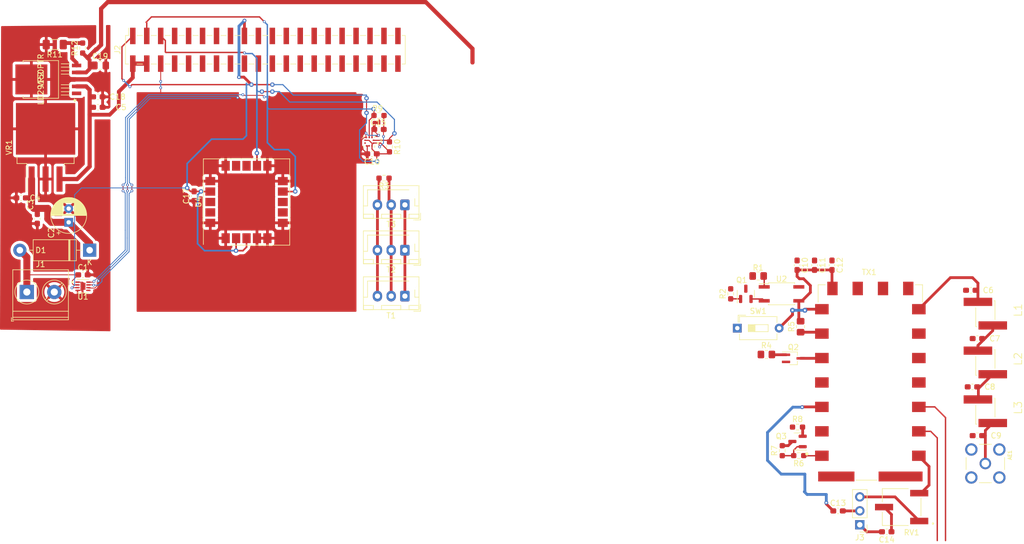
<source format=kicad_pcb>
(kicad_pcb (version 20211014) (generator pcbnew)
  (layers (0 "F.Cu" signal "Front") (31 "B.Cu" signal "Back") (34 "B.Paste" user) (35 "F.Paste" user) (36 "B.SilkS" user "B.Silkscreen") (37 "F.SilkS" user "F.Silkscreen") (38 "B.Mask" user) (39 "F.Mask" user) (44 "Edge.Cuts" user))
  (net 0 "")
  (net 1 "VCC")
  (net 2 "GND")
  (net 3 "Net-(C2-Pad1)")
  (net 4 "/Power/5V")
  (net 5 "Net-(C6-Pad1)")
  (net 6 "Net-(C7-Pad1)")
  (net 7 "Net-(C8-Pad1)")
  (net 8 "/DRA818/V4.3")
  (net 9 "Net-(C13-Pad1)")
  (net 10 "Net-(C13-Pad2)")
  (net 11 "Net-(C14-Pad1)")
  (net 12 "Net-(C14-Pad2)")
  (net 13 "+3V3")
  (net 14 "/Power/4.3V")
  (net 15 "/BMP390 (I2C)/SDA")
  (net 16 "/BMP390 (I2C)/SCL")
  (net 17 "Net-(J2-Pad7)")
  (net 18 "/DRA818/DRA RXD")
  (net 19 "/DRA818/DRA TXD")
  (net 34 "/DRA818/PTT GPIO")
  (net 35 "/DRA818/SQ GPIO")
  (net 37 "/DRA Power Control GPIO")
  (net 43 "Net-(Q1-Pad1)")
  (net 44 "Net-(Q1-Pad2)")
  (net 45 "Net-(Q3-Pad1)")
  (net 46 "Net-(R1-Pad1)")
  (net 47 "Net-(R5-Pad1)")
  (net 48 "Net-(R6-Pad1)")
  (net 49 "Net-(R11-Pad1)")
  (net 50 "Net-(RV1-Pad3)")
  (net 51 "Net-(SW1-Pad2)")
  (net 60 "Net-(Q2-Pad1)")
  (net 61 "Net-(Q2-Pad3)")
  (net 63 "Net-(C9-Pad1)")
  (footprint "Capacitor_SMD:C_0603_1608Metric_Pad1.08x0.95mm_HandSolder" (layer "F.Cu") (at 44.8125 38.7675)
    (fp_text reference "C5")
    (fp_text value "0.1uF")
  )
  (footprint "Resistor_SMD:R_0603_1608Metric_Pad0.98x0.95mm_HandSolder" (layer "F.Cu") (at 42.045 27.9725 90)
    (fp_text reference "R12")
    (fp_text value "100k")
  )
  (footprint "footprints:IND_AIAC-1812-33NK-T" (layer "F.Cu") (at 206.35 94.14 -90)
    (fp_text reference "L3")
    (fp_text value "56nH")
  )
  (footprint "Diode_THT:D_DO-15_P12.70mm_Horizontal" (layer "F.Cu") (at 43.315 64.8025 180)
    (fp_text reference "D1")
    (fp_text value "1N5400")
  )
  (footprint "footprints:LD29150PTR" (layer "F.Cu") (at 34.425 33.6875 90)
    (fp_text reference "VR2")
    (fp_text value "LD29150PTR")
  )
  (footprint "Capacitor_SMD:C_0603_1608Metric_Pad1.08x0.95mm_HandSolder" (layer "F.Cu") (at 203.7 72.1 180)
    (fp_text reference "C6")
    (fp_text value "20pF")
  )
  (footprint "Connector_JST:JST_XH_B3B-XH-AM_1x03_P2.50mm_Vertical" (layer "F.Cu") (at 100.7 56.545 180)
    (fp_text reference "T3")
    (fp_text value "DS18B20 - Connector")
  )
  (footprint "Capacitor_SMD:C_0603_1608Metric_Pad1.08x0.95mm_HandSolder" (layer "F.Cu") (at 33.79 59.0875 -90)
    (fp_text reference "C3")
    (fp_text value "1uF")
  )
  (footprint "Resistor_SMD:R_0603_1608Metric_Pad0.98x0.95mm_HandSolder" (layer "F.Cu") (at 96.9 51.6725 180)
    (fp_text reference "R3")
    (fp_text value "4.7k")
  )
  (footprint "Capacitor_SMD:C_0603_1608Metric_Pad1.08x0.95mm_HandSolder" (layer "F.Cu") (at 30.8425 55.2775 180)
    (fp_text reference "C4")
    (fp_text value "0.1uF")
  )
  (footprint "Capacitor_SMD:C_0603_1608Metric_Pad1.08x0.95mm_HandSolder" (layer "F.Cu") (at 188.4 116.1 180)
    (fp_text reference "C14")
    (fp_text value "1uF")
  )
  (footprint "Resistor_SMD:R_0603_1608Metric_Pad0.98x0.95mm_HandSolder" (layer "F.Cu") (at 95.985 40.26125 180)
    (fp_text reference "R9")
    (fp_text value "4.7k")
  )
  (footprint "Resistor_SMD:R_0603_1608Metric_Pad0.98x0.95mm_HandSolder" (layer "F.Cu") (at 97.89 45.97625 -90)
    (fp_text reference "R10")
    (fp_text value "4.7k")
  )
  (footprint "Resistor_SMD:R_0805_2012Metric_Pad1.20x1.40mm_HandSolder" (layer "F.Cu") (at 165 69.5 180)
    (fp_text reference "R1")
    (fp_text value "100")
  )
  (footprint "Connector_PinSocket_2.54mm:PinSocket_2x20_P2.54mm_Vertical_SMD" (layer "F.Cu") (at 75.3 28.2875 90)
    (fp_text reference "J2")
    (fp_text value "Pi Zero/Zero W")
  )
  (footprint "Capacitor_SMD:C_0603_1608Metric_Pad1.08x0.95mm_HandSolder" (layer "F.Cu") (at 204.9 98.585 180)
    (fp_text reference "C9")
    (fp_text value "20pF")
  )
  (footprint "RF_GPS:ublox_SAM-M8Q" (layer "F.Cu") (at 71.875 56.0175 90)
    (fp_text reference "U4")
    (fp_text value "SAM-M8Q")
  )
  (footprint "Resistor_SMD:R_0603_1608Metric_Pad0.98x0.95mm_HandSolder" (layer "F.Cu") (at 160 72.75 90)
    (fp_text reference "R2")
    (fp_text value "?")
  )
  (footprint "Capacitor_SMD:C_0603_1608Metric_Pad1.08x0.95mm_HandSolder" (layer "F.Cu") (at 95.985 42.80125 180)
    (fp_text reference "C15")
    (fp_text value "0.1uF")
  )
  (footprint "MAX17048G_T10:SON50P200X200X80-9N" (layer "F.Cu") (at 42.1 71.3725)
    (fp_text reference "U1")
    (fp_text value "MAX17048G+T10")
  )
  (footprint "footprints:DORJI_DRA818V" (layer "F.Cu") (at 185.42 88.9 90)
    (fp_text reference "TX1")
    (fp_text value "DRA818V")
  )
  (footprint "Capacitor_SMD:C_0603_1608Metric_Pad1.08x0.95mm_HandSolder" (layer "F.Cu") (at 175.26 67.5375 -90)
    (fp_text reference "C11")
    (fp_text value "10kpF")
  )
  (footprint "Capacitor_SMD:C_0603_1608Metric_Pad1.08x0.95mm_HandSolder" (layer "F.Cu") (at 62.33 54.955 90)
    (fp_text reference "C17")
    (fp_text value "0.1uF")
  )
  (footprint "Resistor_SMD:R_1206_3216Metric_Pad1.30x1.75mm_HandSolder" (layer "F.Cu") (at 36.965 27.3375 180)
    (fp_text reference "R11")
    (fp_text value "40k")
  )
  (footprint "Resistor_SMD:R_0603_1608Metric_Pad0.98x0.95mm_HandSolder" (layer "F.Cu") (at 169.3825 101.325 90)
    (fp_text reference "R7")
    (fp_text value "56K")
  )
  (footprint "Resistor_SMD:R_0603_1608Metric_Pad0.98x0.95mm_HandSolder" (layer "F.Cu") (at 172.1625 97.025)
    (fp_text reference "R8")
    (fp_text value "1K")
  )
  (footprint "Capacitor_SMD:C_0603_1608Metric_Pad1.08x0.95mm_HandSolder" (layer "F.Cu") (at 42.1 69.2875)
    (fp_text reference "C1")
    (fp_text value "0.1uF")
  )
  (footprint "Capacitor_THT:CP_Radial_D6.3mm_P2.50mm" (layer "F.Cu") (at 39.505 59.7225 90)
    (fp_text reference "C2")
    (fp_text value "100uF")
  )
  (footprint "Capacitor_SMD:C_0603_1608Metric_Pad1.08x0.95mm_HandSolder" (layer "F.Cu") (at 179.5375 112.3)
    (fp_text reference "C13")
    (fp_text value "0.1uF")
  )
  (footprint "BMP390:XDCR_BMP390L" (layer "F.Cu") (at 94.21 45.03125 -90)
    (fp_text reference "U3")
    (fp_text value "BMP390L")
  )
  (footprint "Package_SO:SO-4_4.4x3.6mm_P2.54mm" (layer "F.Cu") (at 169.25 72.75)
    (fp_text reference "U2")
    (fp_text value "LTV-356T")
  )
  (footprint "Capacitor_SMD:C_0603_1608Metric_Pad1.08x0.95mm_HandSolder" (layer "F.Cu") (at 44.8125 36.8625)
    (fp_text reference "C18")
    (fp_text value "0.33uF")
  )
  (footprint "Resistor_SMD:R_0805_2012Metric_Pad1.20x1.40mm_HandSolder" (layer "F.Cu") (at 166.5 83.8)
    (fp_text reference "R4")
    (fp_text value "10k")
  )
  (footprint "Resistor_SMD:R_0805_2012Metric_Pad1.20x1.40mm_HandSolder" (layer "F.Cu") (at 172.72 78.74 90)
    (fp_text reference "R5")
    (fp_text value "10K")
  )
  (footprint "Capacitor_SMD:C_0805_2012Metric_Pad1.18x1.45mm_HandSolder" (layer "F.Cu") (at 45.22 31.1475)
    (fp_text reference "C19")
    (fp_text value "10uF")
  )
  (footprint "Package_TO_SOT_SMD:SOT-23" (layer "F.Cu") (at 172.1625 99.65 180)
    (fp_text reference "Q3")
    (fp_text value "Q_NPN_BCE")
  )
  (footprint "Capacitor_SMD:C_0603_1608Metric_Pad1.08x0.95mm_HandSolder" (layer "F.Cu") (at 204 89.7 180)
    (fp_text reference "C8")
    (fp_text value "36pF")
  )
  (footprint "Button_Switch_THT:SW_DIP_SPSTx01_Slide_6.7x4.1mm_W7.62mm_P2.54mm_LowProfile" (layer "F.Cu") (at 161.2 79)
    (fp_text reference "SW1")
    (fp_text value "H/L_DIP_SW")
  )
  (footprint "footprints:IND_AIAC-1812-33NK-T" (layer "F.Cu") (at 206.35 76.36 -90)
    (fp_text reference "L1")
    (fp_text value "56nH")
  )
  (footprint "Capacitor_SMD:C_0603_1608Metric_Pad1.08x0.95mm_HandSolder" (layer "F.Cu") (at 172.085 67.5375 -90)
    (fp_text reference "C10")
    (fp_text value "0.1uF")
  )
  (footprint "Package_TO_SOT_SMD:TO-263-3_TabPin2" (layer "F.Cu") (at 35.295 46.0675 90)
    (fp_text reference "VR1")
    (fp_text value "LM7805")
  )
  (footprint "Package_TO_SOT_SMD:SOT-323_SC-70_Handsoldering" (layer "F.Cu") (at 171.4 84.5)
    (fp_text reference "Q2")
    (fp_text value "DMN67D8LW-13")
  )
  (footprint "Capacitor_SMD:C_0603_1608Metric_Pad1.08x0.95mm_HandSolder" (layer "F.Cu") (at 178.435 67.5375 -90)
    (fp_text reference "C12")
    (fp_text value "1kpF")
  )
  (footprint "footprints:IND_AIAC-1812-33NK-T" (layer "F.Cu") (at 206.35 85.25 -90)
    (fp_text reference "L2")
    (fp_text value "68nH")
  )
  (footprint "TerminalBlock_Phoenix:TerminalBlock_Phoenix_PT-1,5-2-5.0-H_1x02_P5.00mm_Horizontal" (layer "F.Cu") (at 31.885 72.4225)
    (fp_text reference "J1")
    (fp_text value "BAT")
  )
  (footprint "Capacitor_SMD:C_0603_1608Metric_Pad1.08x0.95mm_HandSolder" (layer "F.Cu") (at 204.9 80.9 180)
    (fp_text reference "C7")
    (fp_text value "36pF")
  )
  (footprint "Connector_JST:JST_XH_B3B-XH-AM_1x03_P2.50mm_Vertical" (layer "F.Cu") (at 100.7 73.165 180)
    (fp_text reference "T1")
    (fp_text value "DS18B20 - Connector")
  )
  (footprint "Capacitor_SMD:C_0603_1608Metric_Pad1.08x0.95mm_HandSolder" (layer "F.Cu") (at 94.715 47.24625 180)
    (fp_text reference "C16")
    (fp_text value "0.1uF")
  )
  (footprint "Package_TO_SOT_SMD:SOT-23" (layer "F.Cu") (at 162.75 72.75 90)
    (fp_text reference "Q1")
    (fp_text value "Q_NPN_BCE")
  )
  (footprint "Connector_JST:JST_XH_B3B-XH-AM_1x03_P2.50mm_Vertical" (layer "F.Cu") (at 100.7 64.8 180)
    (fp_text reference "T2")
    (fp_text value "DS18B20 - Connector")
  )
  (footprint "Connector_PinHeader_2.54mm:PinHeader_1x03_P2.54mm_Vertical" (layer "F.Cu") (at 183.5 114.825 180)
    (fp_text reference "J3")
    (fp_text value "USB Sound Card Connection")
  )
  (footprint "Resistor_SMD:R_0603_1608Metric_Pad0.98x0.95mm_HandSolder" (layer "F.Cu") (at 172.3825 102.225 180)
    (fp_text reference "R6")
    (fp_text value "100K")
  )
  (footprint "footprints:TRIM_3361P-1-104GLF" (layer "F.Cu") (at 191.1125 111.6 180)
    (fp_text reference "RV1")
    (fp_text value "100k")
  )
  (footprint "footprints:LINX_CONSMA001-G" (layer "F.Cu") (at 206.35 103.665 -90)
    (fp_text reference "AE1")
    (fp_text value "Antenna")
  )
  (segment (start 32.415 69.2875) (end 31.885 68.7575) (width 0.1524) (layer "F.Cu") (net 1))
  (segment (start 40.165 70.8875) (end 40.165 70.36) (width 0.1524) (layer "F.Cu") (net 1))
  (segment (start 40.4 71.1225) (end 40.165 70.8875) (width 0.1524) (layer "F.Cu") (net 1))
  (segment (start 40.165 70.36) (end 41.2375 69.2875) (width 0.1524) (layer "F.Cu") (net 1))
  (segment (start 31.885 66.0725) (end 30.615 64.8025) (width 1.27) (layer "F.Cu") (net 1))
  (segment (start 31.885 68.7575) (end 31.885 66.0725) (width 1.27) (layer "F.Cu") (net 1))
  (segment (start 31.885 72.4225) (end 31.885 68.7575) (width 1.27) (layer "F.Cu") (net 1))
  (segment (start 41.2375 69.2875) (end 32.415 69.2875) (width 0.1524) (layer "F.Cu") (net 1))
  (segment (start 41.115 71.1225) (end 40.4 71.1225) (width 0.1524) (layer "F.Cu") (net 1))
  (segment (start 93.6 43.4725) (end 93.6 44.15875) (width 0.1524) (layer "F.Cu") (net 2))
  (segment (start 93.2475 44.26875) (end 92.81 44.70625) (width 0.2) (layer "F.Cu") (net 2))
  (segment (start 41.115 70.6225) (end 41.35 70.6225) (width 0.1524) (layer "F.Cu") (net 2))
  (segment (start 92.81 44.70625) (end 92.81 46.20375) (width 0.2) (layer "F.Cu") (net 2))
  (segment (start 44.7 70.3725) (end 44.884808 70.3725) (width 0.1524) (layer "F.Cu") (net 2))
  (segment (start 42.0513 70.6225) (end 42.4288 71) (width 0.1524) (layer "F.Cu") (net 2))
  (segment (start 41.115 72.1225) (end 41.8775 72.1225) (width 0.1524) (layer "F.Cu") (net 2))
  (segment (start 93.8525 47.24625) (end 93.8525 45.83875) (width 0.2) (layer "F.Cu") (net 2))
  (segment (start 93.71 45.79375) (end 93.8975 45.79375) (width 0.2) (layer "F.Cu") (net 2))
  (segment (start 50.2 53.9832) (end 50.2 52.9318) (width 0.1524) (layer "F.Cu") (net 2))
  (segment (start 93.6 44.15875) (end 93.71 44.26875) (width 0.1524) (layer "F.Cu") (net 2))
  (segment (start 94.71 44.26875) (end 94.71 43.21375) (width 0.2) (layer "F.Cu") (net 2))
  (segment (start 56.25 35.214) (end 56.25 36.25) (width 0.1524) (layer "F.Cu") (net 2))
  (segment (start 93.71 44.26875) (end 93.2475 44.26875) (width 0.2) (layer "F.Cu") (net 2))
  (segment (start 41.115 70.6225) (end 42.0513 70.6225) (width 0.1524) (layer "F.Cu") (net 2))
  (segment (start 100.7 73.165) (end 100.7 64.8) (width 0.5) (layer "F.Cu") (net 2))
  (segment (start 94.71 43.21375) (end 95.1225 42.80125) (width 0.2) (layer "F.Cu") (net 2))
  (segment (start 92.81 46.20375) (end 93.8525 47.24625) (width 0.2) (layer "F.Cu") (net 2))
  (segment (start 183.5 109.745) (end 189.9175 109.745) (width 0.508) (layer "F.Cu") (net 2))
  (segment (start 44.884808 70.3725) (end 44.914131 70.401823) (width 0.1524) (layer "F.Cu") (net 2))
  (segment (start 44.264311 71.696142) (end 44.7 71.260453) (width 0.1524) (layer "F.Cu") (net 2))
  (segment (start 95.1225 42.80125) (end 95.1225 43.095) (width 0.1524) (layer "F.Cu") (net 2))
  (segment (start 43.085 71.6225) (end 43.158642 71.696142) (width 0.1524) (layer "F.Cu") (net 2))
  (segment (start 189.9175 109.745) (end 194.3125 114.14) (width 0.508) (layer "F.Cu") (net 2))
  (segment (start 43.158642 71.696142) (end 44.264311 71.696142) (width 0.1524) (layer "F.Cu") (net 2))
  (segment (start 170.4625 100.4125) (end 171.225 99.65) (width 0.508) (layer "F.Cu") (net 2))
  (segment (start 41.8775 72.1225) (end 42 72) (width 0.1524) (layer "F.Cu") (net 2))
  (segment (start 169.3825 100.4125) (end 170.4625 100.4125) (width 0.508) (layer "F.Cu") (net 2))
  (segment (start 95.1225 43.095) (end 95.9 43.8725) (width 0.1524) (layer "F.Cu") (net 2))
  (segment (start 44.7 71.260453) (end 44.7 70.3725) (width 0.1524) (layer "F.Cu") (net 2))
  (segment (start 56.25 30.8075) (end 56.25 34.061) (width 0.1524) (layer "F.Cu") (net 2))
  (segment (start 100.7 56.545) (end 100.7 64.8) (width 0.508) (layer "F.Cu") (net 2))
  (segment (start 93.8975 45.79375) (end 94.21 45.79375) (width 0.2) (layer "F.Cu") (net 2))
  (segment (start 93.8525 45.83875) (end 93.8975 45.79375) (width 0.2) (layer "F.Cu") (net 2))
  (via (at 56.25 35.214) (size 0.5) (drill 0.254) (layers "F.Cu" "B.Cu") (net 2))
  (via (at 56.25 34.061) (size 0.5) (drill 0.254) (layers "F.Cu" "B.Cu") (net 2))
  (via (at 50.2 53.9832) (size 0.5) (drill 0.254) (layers "F.Cu" "B.Cu") (net 2))
  (via (at 44.914131 70.401823) (size 0.5) (drill 0.254) (layers "F.Cu" "B.Cu") (net 2))
  (via (at 50.2 52.9318) (size 0.5) (drill 0.254) (layers "F.Cu" "B.Cu") (net 2))
  (via (at 95.9 43.8725) (size 0.5) (drill 0.254) (layers "F.Cu" "B.Cu") (net 2))
  (via (at 70.25 37) (size 0.5) (drill 0.254) (layers "F.Cu" "B.Cu") (net 2))
  (via (at 93.6 43.4725) (size 0.5) (drill 0.254) (layers "F.Cu" "B.Cu") (net 2))
  (segment (start 56.25 34.061) (end 56.25 35.214) (width 0.1524) (layer "B.Cu") (net 2))
  (segment (start 50.1524 62.5725) (end 50.1524 54.0308) (width 0.1524) (layer "B.Cu") (net 2))
  (segment (start 69.9524 36.8249) (end 70.0749 36.8249) (width 0.1524) (layer "B.Cu") (net 2))
  (segment (start 44.914131 70.401823) (end 44.914131 70.156737) (width 0.1524) (layer "B.Cu") (net 2))
  (segment (start 50.1524 64.918469) (end 50.1524 62.5725) (width 0.1524) (layer "B.Cu") (net 2))
  (segment (start 45.999184 69.071684) (end 48.598368 66.4725) (width 0.1524) (layer "B.Cu") (net 2))
  (segment (start 95.9 43.8725) (end 94 43.8725) (width 0.1524) (layer "B.Cu") (net 2))
  (segment (start 48.598368 66.4725) (end 50.1524 64.918469) (width 0.1524) (layer "B.Cu") (net 2))
  (segment (start 54.145968 36.8249) (end 50.2 40.770868) (width 0.1524) (layer "B.Cu") (net 2))
  (segment (start 70.0749 36.8249) (end 70.25 37) (width 0.1524) (layer "B.Cu") (net 2))
  (segment (start 50.2 40.770868) (end 50.2 52.9318) (width 0.1524) (layer "B.Cu") (net 2))
  (segment (start 50.1524 54.0308) (end 50.2 53.9832) (width 0.1524) (layer "B.Cu") (net 2))
  (segment (start 94 43.8725) (end 93.6 43.4725) (width 0.1524) (layer "B.Cu") (net 2))
  (segment (start 69.9524 36.8249) (end 54.145968 36.8249) (width 0.1524) (layer "B.Cu") (net 2))
  (segment (start 44.914131 70.156737) (end 45.999184 69.071684) (width 0.1524) (layer "B.Cu") (net 2))
  (segment (start 43.315 63.5325) (end 39.505 59.7225) (width 1.27) (layer "F.Cu") (net 3))
  (segment (start 35.695 59.0875) (end 35.695 57.1825) (width 1.27) (layer "F.Cu") (net 3))
  (segment (start 36.33 59.7225) (end 35.695 59.0875) (width 1.27) (layer "F.Cu") (net 3))
  (segment (start 32.755 56.7825) (end 32.755 51.8425) (width 1.27) (layer "F.Cu") (net 3))
  (segment (start 33.155 57.1825) (end 32.755 56.7825) (width 1.27) (layer "F.Cu") (net 3))
  (segment (start 43.315 64.8025) (end 43.315 63.5325) (width 1.27) (layer "F.Cu") (net 3))
  (segment (start 35.695 57.1825) (end 33.155 57.1825) (width 1.27) (layer "F.Cu") (net 3))
  (segment (start 39.505 59.7225) (end 36.33 59.7225) (width 1.27) (layer "F.Cu") (net 3))
  (segment (start 43.315 35.5925) (end 42.68 34.9575) (width 0.76) (layer "F.Cu") (net 4))
  (segment (start 48.63 35.9075) (end 51.17 33.3675) (width 0.7) (layer "F.Cu") (net 4))
  (segment (start 46.96 40.1175) (end 48.63 38.4475) (width 0.7) (layer "F.Cu") (net 4))
  (segment (start 43.315 49.5625) (end 43.315 40.1175) (width 0.76) (layer "F.Cu") (net 4))
  (segment (start 42.68 34.9575) (end 40.9401 34.9575) (width 0.76) (layer "F.Cu") (net 4))
  (segment (start 43.315 40.1175) (end 43.315 35.5925) (width 0.76) (layer "F.Cu") (net 4))
  (segment (start 43.315 40.1175) (end 46.96 40.1175) (width 0.7) (layer "F.Cu") (net 4))
  (segment (start 48.63 38.4475) (end 48.63 35.9075) (width 0.7) (layer "F.Cu") (net 4))
  (segment (start 51.17 33.3675) (end 51.17 30.8075) (width 0.7) (layer "F.Cu") (net 4))
  (segment (start 51.17 30.8075) (end 53.71 30.8075) (width 0.762) (layer "F.Cu") (net 4))
  (segment (start 41.035 51.8425) (end 43.315 49.5625) (width 0.76) (layer "F.Cu") (net 4))
  (segment (start 37.835 51.8425) (end 41.035 51.8425) (width 0.76) (layer "F.Cu") (net 4))
  (segment (start 205 70.8) (end 205 74.21) (width 0.508) (layer "F.Cu") (net 5))
  (segment (start 199.995 69.8) (end 204 69.8) (width 0.508) (layer "F.Cu") (net 5))
  (segment (start 204 69.8) (end 205 70.8) (width 0.508) (layer "F.Cu") (net 5))
  (segment (start 194.245 75.55) (end 199.995 69.8) (width 0.508) (layer "F.Cu") (net 5))
  (segment (start 205 82.155) (end 205 83.1) (width 0.5) (layer "F.Cu") (net 6))
  (segment (start 207.7 79.455) (end 206.35 80.805) (width 0.5) (layer "F.Cu") (net 6))
  (segment (start 206.35 80.805) (end 205 82.155) (width 0.5) (layer "F.Cu") (net 6))
  (segment (start 207.7 78.51) (end 207.7 79.455) (width 0.5) (layer "F.Cu") (net 6))
  (segment (start 205.08 90.02) (end 205.08 91.91) (width 0.5) (layer "F.Cu") (net 7))
  (segment (start 205.08 91.91) (end 205 91.99) (width 0.5) (layer "F.Cu") (net 7))
  (segment (start 207.7 87.4) (end 205.08 90.02) (width 0.5) (layer "F.Cu") (net 7))
  (segment (start 175.26 68.4) (end 178.435 68.4) (width 0.5) (layer "F.Cu") (net 8))
  (segment (start 174.5 72.5) (end 174.5 71.25) (width 0.508) (layer "F.Cu") (net 8))
  (segment (start 172.98 74.02) (end 174.5 72.5) (width 0.508) (layer "F.Cu") (net 8))
  (segment (start 173.25 70) (end 172.5 70) (width 0.508) (layer "F.Cu") (net 8))
  (segment (start 178.435 71.69) (end 178.52 71.775) (width 0.5) (layer "F.Cu") (net 8))
  (segment (start 172.4 74.02) (end 172.98 74.02) (width 0.508) (layer "F.Cu") (net 8))
  (segment (start 172.085 69.585) (end 172.085 68.4) (width 0.508) (layer "F.Cu") (net 8))
  (segment (start 174.5 71.25) (end 173.25 70) (width 0.508) (layer "F.Cu") (net 8))
  (segment (start 172.5 70) (end 172.085 69.585) (width 0.508) (layer "F.Cu") (net 8))
  (segment (start 178.435 68.4) (end 178.435 71.69) (width 0.5) (layer "F.Cu") (net 8))
  (segment (start 172.4 77.42) (end 172.72 77.74) (width 0.508) (layer "F.Cu") (net 8))
  (segment (start 172.085 68.4) (end 175.26 68.4) (width 0.5) (layer "F.Cu") (net 8))
  (segment (start 172.4 74.02) (end 172.4 77.42) (width 0.508) (layer "F.Cu") (net 8))
  (segment (start 173.05 93.35) (end 173 93.4) (width 0.508) (layer "F.Cu") (net 9))
  (segment (start 176.595 93.35) (end 173.05 93.35) (width 0.508) (layer "F.Cu") (net 9))
  (segment (start 177.4 111.025) (end 178.675 112.3) (width 0.508) (layer "F.Cu") (net 9))
  (segment (start 177.4 110.8) (end 177.4 111.025) (width 0.508) (layer "F.Cu") (net 9))
  (via (at 173 93.4) (size 0.6858) (drill 0.3302) (layers "F.Cu" "B.Cu") (net 9))
  (via (at 177.4 110.8) (size 0.6858) (drill 0.3302) (layers "F.Cu" "B.Cu") (net 9))
  (segment (start 166.7 98) (end 166.7 103.1) (width 0.508) (layer "B.Cu") (net 9))
  (segment (start 166.7 103.1) (end 168 104.4) (width 0.508) (layer "B.Cu") (net 9))
  (segment (start 168 104.4) (end 169.2 105.6) (width 0.508) (layer "B.Cu") (net 9))
  (segment (start 169.2 105.6) (end 173.5 105.6) (width 0.508) (layer "B.Cu") (net 9))
  (segment (start 173.5 108.7) (end 173.4 108.8) (width 0.508) (layer "B.Cu") (net 9))
  (segment (start 173.4 108.8) (end 173.9 109.3) (width 0.508) (layer "B.Cu") (net 9))
  (segment (start 171.3 93.4) (end 166.7 98) (width 0.508) (layer "B.Cu") (net 9))
  (segment (start 173 93.4) (end 171.3 93.4) (width 0.508) (layer "B.Cu") (net 9))
  (segment (start 173.9 109.3) (end 177.4 109.3) (width 0.508) (layer "B.Cu") (net 9))
  (segment (start 177.4 109.3) (end 177.4 110.8) (width 0.508) (layer "B.Cu") (net 9))
  (segment (start 173.5 105.6) (end 173.5 108.7) (width 0.508) (layer "B.Cu") (net 9))
  (segment (start 180.4 112.3) (end 183.485 112.3) (width 0.508) (layer "F.Cu") (net 10))
  (segment (start 183.485 112.3) (end 183.5 112.285) (width 0.508) (layer "F.Cu") (net 10))
  (segment (start 189.2625 112.95) (end 187.9125 111.6) (width 0.508) (layer "F.Cu") (net 11))
  (segment (start 189.2625 116.1) (end 189.2625 112.95) (width 0.508) (layer "F.Cu") (net 11))
  (segment (start 184.775 116.1) (end 183.5 114.825) (width 0.508) (layer "F.Cu") (net 12))
  (segment (start 187.5375 116.1) (end 184.775 116.1) (width 0.508) (layer "F.Cu") (net 12))
  (segment (start 96.8 44.0725) (end 96.8 42.84875) (width 0.1524) (layer "F.Cu") (net 13))
  (segment (start 94.71 45.79375) (end 94.71 45.54375) (width 0.2) (layer "F.Cu") (net 13))
  (segment (start 96.00875 45.88125) (end 96.1 45.9725) (width 0.1524) (layer "F.Cu") (net 13))
  (segment (start 93.715 39.782) (end 93.715 37.113) (width 0.2) (layer "F.Cu") (net 13))
  (segment (start 41.115 71.6225) (end 40.15 71.6225) (width 0.1524) (layer "F.Cu") (net 13))
  (segment (start 69.975 64.8625) (end 69.95 64.8875) (width 0.3) (layer "F.Cu") (net 13))
  (segment (start 71.49 25.7675) (end 71.49 22.9825) (width 0.508) (layer "F.Cu") (net 13))
  (segment (start 70.5 33.2725) (end 71.395 33.2725) (width 0.508) (layer "F.Cu") (net 13))
  (segment (start 71.875 64.2325) (end 71.22 64.8875) (width 0.3) (layer "F.Cu") (net 13))
  (segment (start 97.5325 47.24625) (end 95.5775 47.24625) (width 0.2) (layer "F.Cu") (net 13))
  (segment (start 96.8475 42.80125) (end 96.8475 40.31125) (width 0.2) (layer "F.Cu") (net 13))
  (segment (start 95.7 73.165) (end 95.7 64.8) (width 0.5) (layer "F.Cu") (net 13))
  (segment (start 96.2825 45.28125) (end 97.89 46.88875) (width 0.2) (layer "F.Cu") (net 13))
  (segment (start 97.89 46.88875) (end 97.5325 47.24625) (width 0.2) (layer "F.Cu") (net 13))
  (segment (start 96.00875 45.28125) (end 96.2825 45.28125) (width 0.2) (layer "F.Cu") (net 13))
  (segment (start 96.8 42.84875) (end 96.8475 42.80125) (width 0.1524) (layer "F.Cu") (net 13))
  (segment (start 49.2 33.5725) (end 49.5 33.8725) (width 0.254) (layer "F.Cu") (net 13))
  (segment (start 95.9875 51.6725) (end 95.9875 56.2575) (width 0.508) (layer "F.Cu") (net 13))
  (segment (start 94.71 45.79375) (end 94.71 46.37875) (width 0.2) (layer "F.Cu") (net 13))
  (segment (start 71.49 22.9825) (end 71.5 22.9725) (width 0.508) (layer "F.Cu") (net 13))
  (segment (start 71.395 33.2725) (end 72.76 34.6375) (width 0.508) (layer "F.Cu") (net 13))
  (segment (start 94.81375 45.44) (end 94.9725 45.28125) (width 0.2) (layer "F.Cu") (net 13))
  (segment (start 69.975 62.6175) (end 69.975 64.8625) (width 0.3) (layer "F.Cu") (net 13))
  (segment (start 61.695 54.0925) (end 61.06 53.4575) (width 0.3) (layer "F.Cu") (net 13))
  (segment (start 96.8475 40.31125) (end 96.8975 40.26125) (width 0.2) (layer "F.Cu") (net 13))
  (segment (start 71.22 64.8875) (end 69.95 64.8875) (width 0.3) (layer "F.Cu") (net 13))
  (segment (start 95.5775 47.24625) (end 95.5775 48.565) (width 0.2) (layer "F.Cu") (net 13))
  (segment (start 95.9875 56.2575) (end 95.7 56.545) (width 0.508) (layer "F.Cu") (net 13))
  (segment (start 63.6 54.0925) (end 62.33 54.0925) (width 0.3) (layer "F.Cu") (net 13))
  (segment (start 72.76 34.6375) (end 76.57 34.6375) (width 0.254) (layer "F.Cu") (net 13))
  (segment (start 93.4475 44.78125) (end 94.155 44.78125) (width 0.2) (layer "F.Cu") (net 13))
  (segment (start 51.17 25.7675) (end 49.2 27.7375) (width 0.254) (layer "F.Cu") (net 13))
  (segment (start 94.71 46.37875) (end 95.5775 47.24625) (width 0.2) (layer "F.Cu") (net 13))
  (segment (start 62.33 54.0925) (end 61.695 54.0925) (width 0.3) (layer "F.Cu") (net 13))
  (segment (start 63.625 54.1175) (end 63.6 54.0925) (width 0.3) (layer "F.Cu") (net 13))
  (segment (start 65.275 54.1175) (end 63.625 54.1175) (width 0.3) (layer "F.Cu") (net 13))
  (segment (start 96.00875 45.28125) (end 96.00875 45.88125) (width 0.1524) (layer "F.Cu") (net 13))
  (segment (start 50.647832 35.020332) (end 51.030664 34.6375) (width 0.254) (layer "F.Cu") (net 13))
  (segment (start 40.15 71.6225) (end 40.1 71.6725) (width 0.1524) (layer "F.Cu") (net 13))
  (segment (start 51.030664 34.6375) (end 72.76 34.6375) (width 0.254) (layer "F.Cu") (net 13))
  (segment (start 94.155 44.78125) (end 94.81375 45.44) (width 0.2) (layer "F.Cu") (net 13))
  (segment (start 94.9725 45.28125) (end 96.00875 45.28125) (width 0.2) (layer "F.Cu") (net 13))
  (segment (start 49.2 27.7375) (end 49.2 33.5725) (width 0.254) (layer "F.Cu") (net 13))
  (segment (start 95.5775 48.565) (end 95.62 48.6075) (width 0.2) (layer "F.Cu") (net 13))
  (segment (start 94.71 45.54375) (end 94.81375 45.44) (width 0.2) (layer "F.Cu") (net 13))
  (segment (start 95.7 56.545) (end 95.7 64.8) (width 0.508) (layer "F.Cu") (net 13))
  (segment (start 71.875 62.6175) (end 71.875 64.2325) (width 0.3) (layer "F.Cu") (net 13))
  (via (at 70.5 33.2725) (size 0.6858) (drill 0.3302) (layers "F.Cu" "B.Cu") (net 13))
  (via (at 76.57 34.6375) (size 0.8) (drill 0.4) (layers "F.Cu" "B.Cu") (net 13))
  (via (at 40.1 71.6725) (size 0.5) (drill 0.254) (layers "F.Cu" "B.Cu") (net 13))
  (via (at 96.1 45.9725) (size 0.5) (drill 0.254) (layers "F.Cu" "B.Cu") (net 13))
  (via (at 50.647832 35.020332) (size 0.5) (drill 0.254) (layers "F.Cu" "B.Cu") (net 13))
  (via (at 96.8 44.0725) (size 0.5) (drill 0.254) (layers "F.Cu" "B.Cu") (net 13))
  (via (at 95.62 48.6075) (size 0.8) (drill 0.4) (layers "F.Cu" "B.Cu") (net 13))
  (via (at 49.5 33.8725) (size 0.5) (drill 0.254) (layers "F.Cu" "B.Cu") (net 13))
  (via (at 93.715 37.113) (size 0.8) (drill 0.4) (layers "F.Cu" "B.Cu") (net 13))
  (via (at 69.95 64.8875) (size 0.8) (drill 0.4) (layers "F.Cu" "B.Cu") (net 13))
  (via (at 63.6 54.0925) (size 0.8) (drill 0.4) (layers "F.Cu" "B.Cu") (net 13))
  (via (at 93.715 39.782) (size 0.8) (drill 0.4) (layers "F.Cu" "B.Cu") (net 13))
  (via (at 61.06 53.4575) (size 0.8) (drill 0.4) (layers "F.Cu" "B.Cu") (net 13))
  (via (at 71.5 22.9725) (size 0.6858) (drill 0.3302) (layers "F.Cu" "B.Cu") (net 13))
  (via (at 72.76 34.6375) (size 0.8) (drill 0.4) (layers "F.Cu" "B.Cu") (net 13))
  (segment (start 92.445 42.8925) (end 93.08 42.2575) (width 0.2) (layer "B.Cu") (net 13))
  (segment (start 62.965 54.7275) (end 63.6 54.0925) (width 0.3) (layer "B.Cu") (net 13))
  (segment (start 65.505 44.5675) (end 71.22 44.5675) (width 0.3) (layer "B.Cu") (net 13))
  (segment (start 40.1 71.6725) (end 40.5812 71.1913) (width 0.1524) (layer "B.Cu") (net 13))
  (segment (start 96.8 45.2725) (end 96.8 44.0725) (width 0.1524) (layer "B.Cu") (net 13))
  (segment (start 71.22 44.5675) (end 71.855 43.9325) (width 0.3) (layer "B.Cu") (net 13))
  (segment (start 69.95 64.8875) (end 64.235 64.8875) (width 0.3) (layer "B.Cu") (net 13))
  (segment (start 93.715 36.5425) (end 80.38 36.5425) (width 0.2) (layer "B.Cu") (net 13))
  (segment (start 72.085 34.6375) (end 71.855 34.4075) (width 0.2) (layer "B.Cu") (net 13))
  (segment (start 93.08 42.2575) (end 93.715 41.6225) (width 0.2) (layer "B.Cu") (net 13))
  (segment (start 40.5812 71.1913) (end 40.5812 54.6913) (width 0.1524) (layer "B.Cu") (net 13))
  (segment (start 71.855 43.9325) (end 71.855 34.4075) (width 0.3) (layer "B.Cu") (net 13))
  (segment (start 49.5 33.8725) (end 50.647832 35.020332) (width 0.254) (layer "B.Cu") (net 13))
  (segment (start 41.815 53.4575) (end 61.06 53.4575) (width 0.1524) (layer "B.Cu") (net 13))
  (segment (start 78.475 34.6375) (end 76.57 34.6375) (width 0.2) (layer "B.Cu") (net 13))
  (segment (start 62.965 63.6175) (end 62.965 54.7275) (width 0.3) (layer "B.Cu") (net 13))
  (segment (start 92.445 47.9725) (end 92.445 42.8925) (width 0.2) (layer "B.Cu") (net 13))
  (segment (start 64.235 64.8875) (end 62.965 63.6175) (width 0.3) (layer "B.Cu") (net 13))
  (segment (start 61.06 49.0125) (end 65.505 44.5675) (width 0.3) (layer "B.Cu") (net 13))
  (segment (start 61.06 53.4575) (end 61.06 49.0125) (width 0.3) (layer "B.Cu") (net 13))
  (segment (start 95.62 48.6075) (end 93.08 48.6075) (width 0.2) (layer "B.Cu") (net 13))
  (segment (start 93.715 37.113) (end 93.715 36.5425) (width 0.2) (layer "B.Cu") (net 13))
  (segment (start 96.1 45.9725) (end 96.8 45.2725) (width 0.1524) (layer "B.Cu") (net 13))
  (segment (start 93.08 48.6075) (end 92.445 47.9725) (width 0.2) (layer "B.Cu") (net 13))
  (segment (start 71.5 22.9725) (end 70.5 23.9725) (width 0.508) (layer "B.Cu") (net 13))
  (segment (start 80.38 36.5425) (end 78.475 34.6375) (width 0.2) (layer "B.Cu") (net 13))
  (segment (start 70.5 23.9725) (end 70.5 33.2725) (width 0.508) (layer "B.Cu") (net 13))
  (segment (start 93.715 41.6225) (end 93.715 39.782) (width 0.2) (layer "B.Cu") (net 13))
  (segment (start 72.76 34.6375) (end 72.085 34.6375) (width 0.2) (layer "B.Cu") (net 13))
  (segment (start 40.5812 54.6913) (end 41.815 53.4575) (width 0.1524) (layer "B.Cu") (net 13))
  (segment (start 42.93 29.77) (end 44.5 28.2) (width 0.762) (layer "F.Cu") (net 14))
  (segment (start 43.315 31.7825) (end 43.315 30.155) (width 0.7) (layer "F.Cu") (net 14))
  (segment (start 45.4 20.8) (end 46.6 19.6) (width 0.762) (layer "F.Cu") (net 14))
  (segment (start 45.4 27.4) (end 45.4 20.8) (width 0.762) (layer "F.Cu") (net 14))
  (segment (start 40.9401 32.4175) (end 42.68 32.4175) (width 0.7) (layer "F.Cu") (net 14))
  (segment (start 46.6 19.6) (end 104.5 19.6) (width 0.762) (layer "F.Cu") (net 14))
  (segment (start 44.5 28.2) (end 44.6 28.2) (width 0.762) (layer "F.Cu") (net 14))
  (segment (start 42.93 29.77) (end 42.045 28.885) (width 0.7) (layer "F.Cu") (net 14))
  (segment (start 104.5 19.6) (end 113 28.1) (width 0.762) (layer "F.Cu") (net 14))
  (segment (start 44.6 28.2) (end 45.4 27.4) (width 0.762) (layer "F.Cu") (net 14))
  (segment (start 113 28.1) (end 113 30.6) (width 0.762) (layer "F.Cu") (net 14))
  (segment (start 43.315 30.155) (end 42.93 29.77) (width 0.7) (layer "F.Cu") (net 14))
  (segment (start 42.68 32.4175) (end 43.315 31.7825) (width 0.7) (layer "F.Cu") (net 14))
  (segment (start 43.95 70.6225) (end 44.1 70.4725) (width 0.1524) (layer "F.Cu") (net 15))
  (segment (start 43.085 70.6225) (end 43.95 70.6225) (width 0.1524) (layer "F.Cu") (net 15))
  (segment (start 78.475 54.1175) (end 80.72 54.1175) (width 0.3) (layer "F.Cu") (net 15))
  (segment (start 74.2301 22.3026) (end 54.5699 22.3026) (width 0.254) (layer "F.Cu") (net 15))
  (segment (start 54.5699 22.3026) (end 53.6 23.2725) (width 0.254) (layer "F.Cu") (net 15))
  (segment (start 53.71 23.3825) (end 53.71 25.7675) (width 0.254) (layer "F.Cu") (net 15))
  (segment (start 94.21 41.12375) (end 95.0725 40.26125) (width 0.2) (layer "F.Cu") (net 15))
  (segment (start 53.71 26.8825) (end 53.71 25.7675) (width 0.254) (layer "F.Cu") (net 15))
  (segment (start 74.8112 36.5837) (end 75.1 36.8725) (width 0.1524) (layer "F.Cu") (net 15))
  (segment (start 53.6 23.2725) (end 53.71 23.3825) (width 0.254) (layer "F.Cu") (net 15))
  (segment (start 75.1 23.1725) (end 74.2301 22.3026) (width 0.254) (layer "F.Cu") (net 15))
  (segment (start 80.72 54.1175) (end 80.745 54.0925) (width 0.3) (layer "F.Cu") (net 15))
  (segment (start 94.21 44.26875) (end 94.21 41.12375) (width 0.2) (layer "F.Cu") (net 15))
  (segment (start 95.0725 40.26125) (end 95.0725 39.17) (width 0.2) (layer "F.Cu") (net 15))
  (segment (start 71.3112 36.5837) (end 74.8112 36.5837) (width 0.1524) (layer "F.Cu") (net 15))
  (segment (start 49.4 53.9832) (end 49.4 52.9318) (width 0.1524) (layer "F.Cu") (net 15))
  (segment (start 95.0725 39.17) (end 94.985 39.0825) (width 0.2) (layer "F.Cu") (net 15))
  (segment (start 71.2 36.4725) (end 71.3112 36.5837) (width 0.1524) (layer "F.Cu") (net 15))
  (via (at 49.4 53.9832) (size 0.5) (drill 0.254) (layers "F.Cu" "B.Cu") (net 15))
  (via (at 71.2 36.4725) (size 0.5) (drill 0.254) (layers "F.Cu" "B.Cu") (net 15))
  (via (at 94.985 39.0825) (size 0.8) (drill 0.4) (layers "F.Cu" "B.Cu") (net 15))
  (via (at 80.745 54.0925) (size 0.8) (drill 0.4) (layers "F.Cu" "B.Cu") (net 15))
  (via (at 75.1 23.1725) (size 0.5) (drill 0.254) (layers "F.Cu" "B.Cu") (net 15))
  (via (at 49.4 52.9318) (size 0.5) (drill 0.254) (layers "F.Cu" "B.Cu") (net 15))
  (via (at 44.1 70.4725) (size 0.5) (drill 0.254) (layers "F.Cu" "B.Cu") (net 15))
  (via (at 75.1 36.8725) (size 0.5) (drill 0.254) (layers "F.Cu" "B.Cu") (net 15))
  (segment (start 75.665 36.8375) (end 75.665 34.4075) (width 0.3) (layer "B.Cu") (net 15))
  (segment (start 49.8 61.1725) (end 49.8 54.3832) (width 0.1524) (layer "B.Cu") (net 15))
  (segment (start 75.665 45.2025) (end 75.665 38.8125) (width 0.3) (layer "B.Cu") (net 15))
  (segment (start 75.665 34.4075) (end 75.665 29.3375) (width 0.254) (layer "B.Cu") (net 15))
  (segment (start 75.63 36.8725) (end 75.665 36.8375) (width 0.1524) (layer "B.Cu") (net 15))
  (segment (start 79.475 46.4725) (end 76.935 46.4725) (width 0.3) (layer "B.Cu") (net 15))
  (segment (start 75.665 38.8125) (end 75.665 36.8375) (width 0.3) (layer "B.Cu") (net 15))
  (segment (start 49.8476 52.4842) (end 49.8476 51.5725) (width 0.1524) (layer "B.Cu") (net 15))
  (segment (start 75.6 23.6725) (end 75.1 23.1725) (width 0.254) (layer "B.Cu") (net 15))
  (segment (start 44.1 70.4725) (end 46.3 68.2725) (width 0.1524) (layer "B.Cu") (net 15))
  (segment (start 76.935 46.4725) (end 75.665 45.2025) (width 0.3) (layer "B.Cu") (net 15))
  (segment (start 49.8 54.3832) (end 49.4 53.9832) (width 0.1524) (layer "B.Cu") (net 15))
  (segment (start 75.935 39.0825) (end 75.665 38.8125) (width 0.2) (layer "B.Cu") (net 15))
  (segment (start 49.8476 40.6249) (end 51.4 39.0725) (width 0.1524) (layer "B.Cu") (net 15))
  (segment (start 49.4 52.9318) (end 49.8476 52.4842) (width 0.1524) (layer "B.Cu") (net 15))
  (segment (start 46.3 68.2725) (end 49.8 64.7725) (width 0.1524) (layer "B.Cu") (net 15))
  (segment (start 80.745 54.0925) (end 80.745 47.7425) (width 0.3) (layer "B.Cu") (net 15))
  (segment (start 75.665 29.3375) (end 75.665 23.7375) (width 0.254) (layer "B.Cu") (net 15))
  (segment (start 51.4 39.0725) (end 54 36.4725) (width 0.1524) (layer "B.Cu") (net 15))
  (segment (start 94.985 39.0825) (end 75.935 39.0825) (width 0.2) (layer "B.Cu") (net 15))
  (segment (start 80.745 47.7425) (end 79.475 46.4725) (width 0.3) (layer "B.Cu") (net 15))
  (segment (start 75.1 36.8725) (end 75.63 36.8725) (width 0.1524) (layer "B.Cu") (net 15))
  (segment (start 75.665 23.7375) (end 75.6 23.6725) (width 0.254) (layer "B.Cu") (net 15))
  (segment (start 54 36.4725) (end 71.2 36.4725) (width 0.1524) (layer "B.Cu") (net 15))
  (segment (start 49.8 64.7725) (end 49.8 61.1725) (width 0.1524) (layer "B.Cu") (net 15))
  (segment (start 49.8476 51.5725) (end 49.8476 40.6249) (width 0.1524) (layer "B.Cu") (net 15))
  (segment (start 97.6075 44.78125) (end 97.89 45.06375) (width 0.2) (layer "F.Cu") (net 16))
  (segment (start 43.998909 71.1225) (end 43.085 71.1225) (width 0.1524) (layer "F.Cu") (net 16))
  (segment (start 71.414502 28.7725) (end 57.2 28.7725) (width 0.254) (layer "F.Cu") (net 16))
  (segment (start 44.046351 71.169942) (end 43.998909 71.1225) (width 0.1524) (layer "F.Cu") (net 16))
  (segment (start 97.89 44.4325) (end 98.795 43.5275) (width 0.2) (layer "F.Cu") (net 16))
  (segment (start 97.89 45.06375) (end 97.89 44.4325) (width 0.2) (layer "F.Cu") (net 16))
  (segment (start 57.1 28.6725) (end 57.1 26.6175) (width 0.254) (layer "F.Cu") (net 16))
  (segment (start 94.9725 44.78125) (end 97.6075 44.78125) (width 0.2) (layer "F.Cu") (net 16))
  (segment (start 71.5 28.857998) (end 71.414502 28.7725) (width 0.254) (layer "F.Cu") (net 16))
  (segment (start 51 53.9832) (end 51 52.9318) (width 0.1524) (layer "F.Cu") (net 16))
  (segment (start 76.57 35.9075) (end 74.665 35.9075) (width 0.2) (layer "F.Cu") (net 16))
  (segment (start 73.775 47.1225) (end 73.76 47.1075) (width 0.3) (layer "F.Cu") (net 16))
  (segment (start 57.1 26.6175) (end 56.25 25.7675) (width 0.254) (layer "F.Cu") (net 16))
  (segment (start 57.2 28.7725) (end 57.1 28.6725) (width 0.254) (layer "F.Cu") (net 16))
  (segment (start 73.775 49.4175) (end 73.775 47.1225) (width 0.3) (layer "F.Cu") (net 16))
  (via (at 51 52.9318) (size 0.5) (drill 0.254) (layers "F.Cu" "B.Cu") (net 16))
  (via (at 71.5 28.857998) (size 0.5) (drill 0.254) (layers "F.Cu" "B.Cu") (net 16))
  (via (at 51 53.9832) (size 0.5) (drill 0.254) (layers "F.Cu" "B.Cu") (net 16))
  (via (at 74.665 35.9075) (size 0.8) (drill 0.4) (layers "F.Cu" "B.Cu") (net 16))
  (via (at 76.57 35.9075) (size 0.8) (drill 0.4) (layers "F.Cu" "B.Cu") (net 16))
  (via (at 98.795 43.5275) (size 0.8) (drill 0.4) (layers "F.Cu" "B.Cu") (net 16))
  (via (at 44.046351 71.169942) (size 0.5) (drill 0.254) (layers "F.Cu" "B.Cu") (net 16))
  (via (at 73.76 47.1075) (size 0.8) (drill 0.4) (layers "F.Cu" "B.Cu") (net 16))
  (segment (start 79.745 37.8125) (end 77.84 35.9075) (width 0.2) (layer "B.Cu") (net 16))
  (segment (start 54.291936 37.1773) (end 69 37.1773) (width 0.1524) (layer "B.Cu") (net 16))
  (segment (start 98.795 43.5275) (end 98.795 40.9875) (width 0.2) (layer "B.Cu") (net 16))
  (segment (start 73.76 34.4075) (end 73.76 29.8325) (width 0.254) (layer "B.Cu") (net 16))
  (segment (start 45.548368 70.511746) (end 45.548368 70.020868) (width 0.1524) (layer "B.Cu") (net 16))
  (segment (start 50.5048 54.4784) (end 51 53.9832) (width 0.1524) (layer "B.Cu") (net 16))
  (segment (start 73.76 47.1075) (end 73.76 35.6375) (width 0.3) (layer "B.Cu") (net 16))
  (segment (start 98.795 40.9875) (end 95.62 37.8125) (width 0.2) (layer "B.Cu") (net 16))
  (segment (start 77.84 35.9075) (end 76.57 35.9075) (width 0.2) (layer "B.Cu") (net 16))
  (segment (start 95.62 37.8125) (end 79.745 37.8125) (width 0.2) (layer "B.Cu") (net 16))
  (segment (start 44.046351 71.169942) (end 44.890172 71.169942) (width 0.1524) (layer "B.Cu") (net 16))
  (segment (start 51 52.9318) (end 50.5524 52.4842) (width 0.1524) (layer "B.Cu") (net 16))
  (segment (start 45.548368 70.020868) (end 50.5048 65.064438) (width 0.1524) (layer "B.Cu") (net 16))
  (segment (start 44.890172 71.169942) (end 45.548368 70.511746) (width 0.1524) (layer "B.Cu") (net 16))
  (segment (start 72.9 28.9725) (end 71.614502 28.9725) (width 0.254) (layer "B.Cu") (net 16))
  (segment (start 73.76 35.6375) (end 73.76 34.4075) (width 0.3) (layer "B.Cu") (net 16))
  (segment (start 74.665 35.9075) (end 74.03 35.9075) (width 0.2) (layer "B.Cu") (net 16))
  (segment (start 50.5048 65.064438) (end 50.5048 54.7725) (width 0.1524) (layer "B.Cu") (net 16))
  (segment (start 50.5524 40.916836) (end 54.291936 37.1773) (width 0.1524) (layer "B.Cu") (net 16))
  (segment (start 73.76 29.8325) (end 72.9 28.9725) (width 0.254) (layer "B.Cu") (net 16))
  (segment (start 71.614502 28.9725) (end 71.5 28.857998) (width 0.254) (layer "B.Cu") (net 16))
  (segment (start 50.5048 54.7725) (end 50.5048 54.4784) (width 0.1524) (layer "B.Cu") (net 16))
  (segment (start 50.5524 52.4842) (end 50.5524 40.916836) (width 0.1524) (layer "B.Cu") (net 16))
  (segment (start 74.03 35.9075) (end 73.76 35.6375) (width 0.2) (layer "B.Cu") (net 16))
  (segment (start 97.8125 56.1575) (end 98.2 56.545) (width 0.508) (layer "F.Cu") (net 17))
  (segment (start 98.2 73.165) (end 98.2 64.8) (width 0.5) (layer "F.Cu") (net 17))
  (segment (start 97.8125 51.6725) (end 97.8125 56.1575) (width 0.508) (layer "F.Cu") (net 17))
  (segment (start 98.2 64.8) (end 98.2 56.545) (width 0.508) (layer "F.Cu") (net 17))
  (segment (start 194.245 93.35) (end 197.15 93.35) (width 0.254) (layer "F.Cu") (net 18))
  (segment (start 199.1 95.3) (end 199.1 117.7) (width 0.254) (layer "F.Cu") (net 18))
  (segment (start 197.15 93.35) (end 199.1 95.3) (width 0.254) (layer "F.Cu") (net 18))
  (segment (start 196.4 97.8) (end 197.6 99) (width 0.254) (layer "F.Cu") (net 19))
  (segment (start 197.6 99) (end 197.6 117.7) (width 0.254) (layer "F.Cu") (net 19))
  (segment (start 194.245 97.8) (end 196.4 97.8) (width 0.254) (layer "F.Cu") (net 19))
  (segment (start 173.1 97.05) (end 173.075 97.025) (width 0.508) (layer "F.Cu") (net 35))
  (segment (start 173.1 98.7) (end 173.1 97.05) (width 0.508) (layer "F.Cu") (net 35))
  (segment (start 161.775 73.6625) (end 161.8 73.6875) (width 0.254) (layer "F.Cu") (net 43))
  (segment (start 160 73.6625) (end 161.775 73.6625) (width 0.254) (layer "F.Cu") (net 43))
  (segment (start 163.7 73.6875) (end 165.7675 73.6875) (width 0.254) (layer "F.Cu") (net 44))
  (segment (start 165.7675 73.6875) (end 166.1 74.02) (width 0.254) (layer "F.Cu") (net 44))
  (segment (start 172.1075 100.6) (end 171.47 101.2375) (width 0.254) (layer "F.Cu") (net 45))
  (segment (start 169.3825 102.2375) (end 171.4575 102.2375) (width 0.254) (layer "F.Cu") (net 45))
  (segment (start 171.4575 102.2375) (end 171.47 102.225) (width 0.254) (layer "F.Cu") (net 45))
  (segment (start 173.1 100.6) (end 172.1075 100.6) (width 0.254) (layer "F.Cu") (net 45))
  (segment (start 171.47 101.2375) (end 171.47 102.225) (width 0.254) (layer "F.Cu") (net 45))
  (segment (start 166.1 69.6) (end 166 69.5) (width 0.254) (layer "F.Cu") (net 46))
  (segment (start 166.1 71.48) (end 166.1 69.6) (width 0.254) (layer "F.Cu") (net 46))
  (segment (start 176.335 79.74) (end 176.595 80) (width 0.508) (layer "F.Cu") (net 47))
  (segment (start 172.72 79.74) (end 176.335 79.74) (width 0.508) (layer "F.Cu") (net 47))
  (segment (start 173.295 102.225) (end 173.32 102.25) (width 0.254) (layer "F.Cu") (net 48))
  (segment (start 173.32 102.25) (end 176.595 102.25) (width 0.254) (layer "F.Cu") (net 48))
  (segment (start 40.14 29.8775) (end 40.14 27.3375) (width 0.7) (layer "F.Cu") (net 49))
  (segment (start 40.14 27.3375) (end 40.4175 27.06) (width 0.7) (layer "F.Cu") (net 49))
  (segment (start 40.9401 30.6776) (end 40.14 29.8775) (width 0.7) (layer "F.Cu") (net 49))
  (segment (start 40.4175 27.06) (end 38.7925 27.06) (width 0.7) (layer "F.Cu") (net 49))
  (segment (start 42.045 27.06) (end 40.4175 27.06) (width 0.7) (layer "F.Cu") (net 49))
  (segment (start 40.9401 31.1475) (end 40.9401 30.6776) (width 0.7) (layer "F.Cu") (net 49))
  (segment (start 38.7925 27.06) (end 38.515 27.3375) (width 0.7) (layer "F.Cu") (net 49))
  (segment (start 196.1 104.2) (end 196.1 107.6) (width 0.508) (layer "F.Cu") (net 50))
  (segment (start 194.245 102.345) (end 196.1 104.2) (width 0.508) (layer "F.Cu") (net 50))
  (segment (start 194.64 109.06) (end 194.3125 109.06) (width 0.508) (layer "F.Cu") (net 50))
  (segment (start 196.1 107.6) (end 194.64 109.06) (width 0.508) (layer "F.Cu") (net 50))
  (segment (start 194.245 102.25) (end 194.245 102.345) (width 0.508) (layer "F.Cu") (net 50))
  (segment (start 171.25 75.75) (end 171.25 76.57) (width 0.508) (layer "F.Cu") (net 51))
  (segment (start 173.7 75.55) (end 173.5 75.75) (width 0.508) (layer "F.Cu") (net 51))
  (segment (start 176.595 75.55) (end 173.7 75.55) (width 0.508) (layer "F.Cu") (net 51))
  (segment (start 171.25 76.57) (end 168.82 79) (width 0.508) (layer "F.Cu") (net 51))
  (via (at 173.5 75.75) (size 0.889) (drill 0.381) (layers "F.Cu" "B.Cu") (net 51))
  (via (at 171.25 75.75) (size 0.889) (drill 0.381) (layers "F.Cu" "B.Cu") (net 51))
  (segment (start 173.5 75.75) (end 171.25 75.75) (width 0.508) (layer "B.Cu") (net 51))
  (segment (start 170.07 83.85) (end 167.55 83.85) (width 0.508) (layer "F.Cu") (net 60))
  (segment (start 167.55 83.85) (end 167.5 83.8) (width 0.508) (layer "F.Cu") (net 60))
  (segment (start 172.73 84.5) (end 176.545 84.5) (width 0.508) (layer "F.Cu") (net 61))
  (segment (start 176.545 84.5) (end 176.595 84.45) (width 0.508) (layer "F.Cu") (net 61))
  (segment (start 206.35 97.64) (end 206.35 98.585) (width 0.5) (layer "F.Cu") (net 63))
  (segment (start 207.7 96.29) (end 206.35 97.64) (width 0.5) (layer "F.Cu") (net 63))
  (segment (start 206.35 98.585) (end 206.35 104.3) (width 0.5) (layer "F.Cu") (net 63))
  (zone (net 2) (net_name "GND") (layer "F.Cu") (connect_pads (clearance 0.508)) (min_thickness 0.254) (fill yes (thermal_gap 0.508) (thermal_bridge_width 0.508))
    (polygon (pts (xy 99.16 49.0125) (xy 91.54 49.0125) (xy 91.54 36.3125) (xy 99.16 36.3125)))
  )
  (zone (net 2) (net_name "GND") (layer "F.Cu") (connect_pads (clearance 0.508)) (min_thickness 0.254) (fill yes (thermal_gap 0.508) (thermal_bridge_width 0.508))
    (polygon (pts (xy 91.8775 36.015) (xy 91.8775 76.02) (xy 51.8725 76.02) (xy 51.8725 36.015)))
  )
  (zone (net 2) (net_name "GND") (layer "F.Cu") (connect_pads (clearance 0.508)) (min_thickness 0.254) (fill yes (thermal_gap 0.508) (thermal_bridge_width 0.508))
    (polygon (pts (xy 47.1 79.5725) (xy 27 79.2725) (xy 27.2 23.9725) (xy 47.1 23.7725)))
  )
)
</source>
